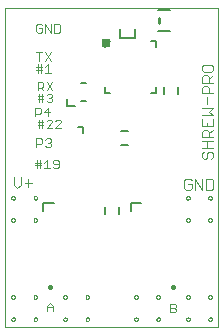
<source format=gto>
G75*
%MOIN*%
%OFA0B0*%
%FSLAX25Y25*%
%IPPOS*%
%LPD*%
%AMOC8*
5,1,8,0,0,1.08239X$1,22.5*
%
%ADD10C,0.00000*%
%ADD11C,0.00300*%
%ADD12C,0.00400*%
%ADD13C,0.00600*%
%ADD14R,0.02756X0.02756*%
%ADD15C,0.00500*%
%ADD16C,0.00787*%
%ADD17C,0.00800*%
%ADD18C,0.00984*%
%ADD19C,0.01600*%
D10*
X0029368Y0021236D02*
X0029368Y0127535D01*
X0100234Y0127535D01*
X0100234Y0021236D01*
X0029368Y0021236D01*
X0031375Y0023835D02*
X0031377Y0023883D01*
X0031383Y0023931D01*
X0031393Y0023978D01*
X0031406Y0024024D01*
X0031424Y0024069D01*
X0031444Y0024113D01*
X0031469Y0024155D01*
X0031497Y0024194D01*
X0031527Y0024231D01*
X0031561Y0024265D01*
X0031598Y0024297D01*
X0031636Y0024326D01*
X0031677Y0024351D01*
X0031720Y0024373D01*
X0031765Y0024391D01*
X0031811Y0024405D01*
X0031858Y0024416D01*
X0031906Y0024423D01*
X0031954Y0024426D01*
X0032002Y0024425D01*
X0032050Y0024420D01*
X0032098Y0024411D01*
X0032144Y0024399D01*
X0032189Y0024382D01*
X0032233Y0024362D01*
X0032275Y0024339D01*
X0032315Y0024312D01*
X0032353Y0024282D01*
X0032388Y0024249D01*
X0032420Y0024213D01*
X0032450Y0024175D01*
X0032476Y0024134D01*
X0032498Y0024091D01*
X0032518Y0024047D01*
X0032533Y0024002D01*
X0032545Y0023955D01*
X0032553Y0023907D01*
X0032557Y0023859D01*
X0032557Y0023811D01*
X0032553Y0023763D01*
X0032545Y0023715D01*
X0032533Y0023668D01*
X0032518Y0023623D01*
X0032498Y0023579D01*
X0032476Y0023536D01*
X0032450Y0023495D01*
X0032420Y0023457D01*
X0032388Y0023421D01*
X0032353Y0023388D01*
X0032315Y0023358D01*
X0032275Y0023331D01*
X0032233Y0023308D01*
X0032189Y0023288D01*
X0032144Y0023271D01*
X0032098Y0023259D01*
X0032050Y0023250D01*
X0032002Y0023245D01*
X0031954Y0023244D01*
X0031906Y0023247D01*
X0031858Y0023254D01*
X0031811Y0023265D01*
X0031765Y0023279D01*
X0031720Y0023297D01*
X0031677Y0023319D01*
X0031636Y0023344D01*
X0031598Y0023373D01*
X0031561Y0023405D01*
X0031527Y0023439D01*
X0031497Y0023476D01*
X0031469Y0023515D01*
X0031444Y0023557D01*
X0031424Y0023601D01*
X0031406Y0023646D01*
X0031393Y0023692D01*
X0031383Y0023739D01*
X0031377Y0023787D01*
X0031375Y0023835D01*
X0031375Y0031236D02*
X0031377Y0031284D01*
X0031383Y0031332D01*
X0031393Y0031379D01*
X0031406Y0031425D01*
X0031424Y0031470D01*
X0031444Y0031514D01*
X0031469Y0031556D01*
X0031497Y0031595D01*
X0031527Y0031632D01*
X0031561Y0031666D01*
X0031598Y0031698D01*
X0031636Y0031727D01*
X0031677Y0031752D01*
X0031720Y0031774D01*
X0031765Y0031792D01*
X0031811Y0031806D01*
X0031858Y0031817D01*
X0031906Y0031824D01*
X0031954Y0031827D01*
X0032002Y0031826D01*
X0032050Y0031821D01*
X0032098Y0031812D01*
X0032144Y0031800D01*
X0032189Y0031783D01*
X0032233Y0031763D01*
X0032275Y0031740D01*
X0032315Y0031713D01*
X0032353Y0031683D01*
X0032388Y0031650D01*
X0032420Y0031614D01*
X0032450Y0031576D01*
X0032476Y0031535D01*
X0032498Y0031492D01*
X0032518Y0031448D01*
X0032533Y0031403D01*
X0032545Y0031356D01*
X0032553Y0031308D01*
X0032557Y0031260D01*
X0032557Y0031212D01*
X0032553Y0031164D01*
X0032545Y0031116D01*
X0032533Y0031069D01*
X0032518Y0031024D01*
X0032498Y0030980D01*
X0032476Y0030937D01*
X0032450Y0030896D01*
X0032420Y0030858D01*
X0032388Y0030822D01*
X0032353Y0030789D01*
X0032315Y0030759D01*
X0032275Y0030732D01*
X0032233Y0030709D01*
X0032189Y0030689D01*
X0032144Y0030672D01*
X0032098Y0030660D01*
X0032050Y0030651D01*
X0032002Y0030646D01*
X0031954Y0030645D01*
X0031906Y0030648D01*
X0031858Y0030655D01*
X0031811Y0030666D01*
X0031765Y0030680D01*
X0031720Y0030698D01*
X0031677Y0030720D01*
X0031636Y0030745D01*
X0031598Y0030774D01*
X0031561Y0030806D01*
X0031527Y0030840D01*
X0031497Y0030877D01*
X0031469Y0030916D01*
X0031444Y0030958D01*
X0031424Y0031002D01*
X0031406Y0031047D01*
X0031393Y0031093D01*
X0031383Y0031140D01*
X0031377Y0031188D01*
X0031375Y0031236D01*
X0038777Y0031236D02*
X0038779Y0031284D01*
X0038785Y0031332D01*
X0038795Y0031379D01*
X0038808Y0031425D01*
X0038826Y0031470D01*
X0038846Y0031514D01*
X0038871Y0031556D01*
X0038899Y0031595D01*
X0038929Y0031632D01*
X0038963Y0031666D01*
X0039000Y0031698D01*
X0039038Y0031727D01*
X0039079Y0031752D01*
X0039122Y0031774D01*
X0039167Y0031792D01*
X0039213Y0031806D01*
X0039260Y0031817D01*
X0039308Y0031824D01*
X0039356Y0031827D01*
X0039404Y0031826D01*
X0039452Y0031821D01*
X0039500Y0031812D01*
X0039546Y0031800D01*
X0039591Y0031783D01*
X0039635Y0031763D01*
X0039677Y0031740D01*
X0039717Y0031713D01*
X0039755Y0031683D01*
X0039790Y0031650D01*
X0039822Y0031614D01*
X0039852Y0031576D01*
X0039878Y0031535D01*
X0039900Y0031492D01*
X0039920Y0031448D01*
X0039935Y0031403D01*
X0039947Y0031356D01*
X0039955Y0031308D01*
X0039959Y0031260D01*
X0039959Y0031212D01*
X0039955Y0031164D01*
X0039947Y0031116D01*
X0039935Y0031069D01*
X0039920Y0031024D01*
X0039900Y0030980D01*
X0039878Y0030937D01*
X0039852Y0030896D01*
X0039822Y0030858D01*
X0039790Y0030822D01*
X0039755Y0030789D01*
X0039717Y0030759D01*
X0039677Y0030732D01*
X0039635Y0030709D01*
X0039591Y0030689D01*
X0039546Y0030672D01*
X0039500Y0030660D01*
X0039452Y0030651D01*
X0039404Y0030646D01*
X0039356Y0030645D01*
X0039308Y0030648D01*
X0039260Y0030655D01*
X0039213Y0030666D01*
X0039167Y0030680D01*
X0039122Y0030698D01*
X0039079Y0030720D01*
X0039038Y0030745D01*
X0039000Y0030774D01*
X0038963Y0030806D01*
X0038929Y0030840D01*
X0038899Y0030877D01*
X0038871Y0030916D01*
X0038846Y0030958D01*
X0038826Y0031002D01*
X0038808Y0031047D01*
X0038795Y0031093D01*
X0038785Y0031140D01*
X0038779Y0031188D01*
X0038777Y0031236D01*
X0038777Y0023835D02*
X0038779Y0023883D01*
X0038785Y0023931D01*
X0038795Y0023978D01*
X0038808Y0024024D01*
X0038826Y0024069D01*
X0038846Y0024113D01*
X0038871Y0024155D01*
X0038899Y0024194D01*
X0038929Y0024231D01*
X0038963Y0024265D01*
X0039000Y0024297D01*
X0039038Y0024326D01*
X0039079Y0024351D01*
X0039122Y0024373D01*
X0039167Y0024391D01*
X0039213Y0024405D01*
X0039260Y0024416D01*
X0039308Y0024423D01*
X0039356Y0024426D01*
X0039404Y0024425D01*
X0039452Y0024420D01*
X0039500Y0024411D01*
X0039546Y0024399D01*
X0039591Y0024382D01*
X0039635Y0024362D01*
X0039677Y0024339D01*
X0039717Y0024312D01*
X0039755Y0024282D01*
X0039790Y0024249D01*
X0039822Y0024213D01*
X0039852Y0024175D01*
X0039878Y0024134D01*
X0039900Y0024091D01*
X0039920Y0024047D01*
X0039935Y0024002D01*
X0039947Y0023955D01*
X0039955Y0023907D01*
X0039959Y0023859D01*
X0039959Y0023811D01*
X0039955Y0023763D01*
X0039947Y0023715D01*
X0039935Y0023668D01*
X0039920Y0023623D01*
X0039900Y0023579D01*
X0039878Y0023536D01*
X0039852Y0023495D01*
X0039822Y0023457D01*
X0039790Y0023421D01*
X0039755Y0023388D01*
X0039717Y0023358D01*
X0039677Y0023331D01*
X0039635Y0023308D01*
X0039591Y0023288D01*
X0039546Y0023271D01*
X0039500Y0023259D01*
X0039452Y0023250D01*
X0039404Y0023245D01*
X0039356Y0023244D01*
X0039308Y0023247D01*
X0039260Y0023254D01*
X0039213Y0023265D01*
X0039167Y0023279D01*
X0039122Y0023297D01*
X0039079Y0023319D01*
X0039038Y0023344D01*
X0039000Y0023373D01*
X0038963Y0023405D01*
X0038929Y0023439D01*
X0038899Y0023476D01*
X0038871Y0023515D01*
X0038846Y0023557D01*
X0038826Y0023601D01*
X0038808Y0023646D01*
X0038795Y0023692D01*
X0038785Y0023739D01*
X0038779Y0023787D01*
X0038777Y0023835D01*
X0048698Y0023835D02*
X0048700Y0023883D01*
X0048706Y0023931D01*
X0048716Y0023978D01*
X0048729Y0024024D01*
X0048747Y0024069D01*
X0048767Y0024113D01*
X0048792Y0024155D01*
X0048820Y0024194D01*
X0048850Y0024231D01*
X0048884Y0024265D01*
X0048921Y0024297D01*
X0048959Y0024326D01*
X0049000Y0024351D01*
X0049043Y0024373D01*
X0049088Y0024391D01*
X0049134Y0024405D01*
X0049181Y0024416D01*
X0049229Y0024423D01*
X0049277Y0024426D01*
X0049325Y0024425D01*
X0049373Y0024420D01*
X0049421Y0024411D01*
X0049467Y0024399D01*
X0049512Y0024382D01*
X0049556Y0024362D01*
X0049598Y0024339D01*
X0049638Y0024312D01*
X0049676Y0024282D01*
X0049711Y0024249D01*
X0049743Y0024213D01*
X0049773Y0024175D01*
X0049799Y0024134D01*
X0049821Y0024091D01*
X0049841Y0024047D01*
X0049856Y0024002D01*
X0049868Y0023955D01*
X0049876Y0023907D01*
X0049880Y0023859D01*
X0049880Y0023811D01*
X0049876Y0023763D01*
X0049868Y0023715D01*
X0049856Y0023668D01*
X0049841Y0023623D01*
X0049821Y0023579D01*
X0049799Y0023536D01*
X0049773Y0023495D01*
X0049743Y0023457D01*
X0049711Y0023421D01*
X0049676Y0023388D01*
X0049638Y0023358D01*
X0049598Y0023331D01*
X0049556Y0023308D01*
X0049512Y0023288D01*
X0049467Y0023271D01*
X0049421Y0023259D01*
X0049373Y0023250D01*
X0049325Y0023245D01*
X0049277Y0023244D01*
X0049229Y0023247D01*
X0049181Y0023254D01*
X0049134Y0023265D01*
X0049088Y0023279D01*
X0049043Y0023297D01*
X0049000Y0023319D01*
X0048959Y0023344D01*
X0048921Y0023373D01*
X0048884Y0023405D01*
X0048850Y0023439D01*
X0048820Y0023476D01*
X0048792Y0023515D01*
X0048767Y0023557D01*
X0048747Y0023601D01*
X0048729Y0023646D01*
X0048716Y0023692D01*
X0048706Y0023739D01*
X0048700Y0023787D01*
X0048698Y0023835D01*
X0048698Y0031236D02*
X0048700Y0031284D01*
X0048706Y0031332D01*
X0048716Y0031379D01*
X0048729Y0031425D01*
X0048747Y0031470D01*
X0048767Y0031514D01*
X0048792Y0031556D01*
X0048820Y0031595D01*
X0048850Y0031632D01*
X0048884Y0031666D01*
X0048921Y0031698D01*
X0048959Y0031727D01*
X0049000Y0031752D01*
X0049043Y0031774D01*
X0049088Y0031792D01*
X0049134Y0031806D01*
X0049181Y0031817D01*
X0049229Y0031824D01*
X0049277Y0031827D01*
X0049325Y0031826D01*
X0049373Y0031821D01*
X0049421Y0031812D01*
X0049467Y0031800D01*
X0049512Y0031783D01*
X0049556Y0031763D01*
X0049598Y0031740D01*
X0049638Y0031713D01*
X0049676Y0031683D01*
X0049711Y0031650D01*
X0049743Y0031614D01*
X0049773Y0031576D01*
X0049799Y0031535D01*
X0049821Y0031492D01*
X0049841Y0031448D01*
X0049856Y0031403D01*
X0049868Y0031356D01*
X0049876Y0031308D01*
X0049880Y0031260D01*
X0049880Y0031212D01*
X0049876Y0031164D01*
X0049868Y0031116D01*
X0049856Y0031069D01*
X0049841Y0031024D01*
X0049821Y0030980D01*
X0049799Y0030937D01*
X0049773Y0030896D01*
X0049743Y0030858D01*
X0049711Y0030822D01*
X0049676Y0030789D01*
X0049638Y0030759D01*
X0049598Y0030732D01*
X0049556Y0030709D01*
X0049512Y0030689D01*
X0049467Y0030672D01*
X0049421Y0030660D01*
X0049373Y0030651D01*
X0049325Y0030646D01*
X0049277Y0030645D01*
X0049229Y0030648D01*
X0049181Y0030655D01*
X0049134Y0030666D01*
X0049088Y0030680D01*
X0049043Y0030698D01*
X0049000Y0030720D01*
X0048959Y0030745D01*
X0048921Y0030774D01*
X0048884Y0030806D01*
X0048850Y0030840D01*
X0048820Y0030877D01*
X0048792Y0030916D01*
X0048767Y0030958D01*
X0048747Y0031002D01*
X0048729Y0031047D01*
X0048716Y0031093D01*
X0048706Y0031140D01*
X0048700Y0031188D01*
X0048698Y0031236D01*
X0056100Y0031236D02*
X0056102Y0031284D01*
X0056108Y0031332D01*
X0056118Y0031379D01*
X0056131Y0031425D01*
X0056149Y0031470D01*
X0056169Y0031514D01*
X0056194Y0031556D01*
X0056222Y0031595D01*
X0056252Y0031632D01*
X0056286Y0031666D01*
X0056323Y0031698D01*
X0056361Y0031727D01*
X0056402Y0031752D01*
X0056445Y0031774D01*
X0056490Y0031792D01*
X0056536Y0031806D01*
X0056583Y0031817D01*
X0056631Y0031824D01*
X0056679Y0031827D01*
X0056727Y0031826D01*
X0056775Y0031821D01*
X0056823Y0031812D01*
X0056869Y0031800D01*
X0056914Y0031783D01*
X0056958Y0031763D01*
X0057000Y0031740D01*
X0057040Y0031713D01*
X0057078Y0031683D01*
X0057113Y0031650D01*
X0057145Y0031614D01*
X0057175Y0031576D01*
X0057201Y0031535D01*
X0057223Y0031492D01*
X0057243Y0031448D01*
X0057258Y0031403D01*
X0057270Y0031356D01*
X0057278Y0031308D01*
X0057282Y0031260D01*
X0057282Y0031212D01*
X0057278Y0031164D01*
X0057270Y0031116D01*
X0057258Y0031069D01*
X0057243Y0031024D01*
X0057223Y0030980D01*
X0057201Y0030937D01*
X0057175Y0030896D01*
X0057145Y0030858D01*
X0057113Y0030822D01*
X0057078Y0030789D01*
X0057040Y0030759D01*
X0057000Y0030732D01*
X0056958Y0030709D01*
X0056914Y0030689D01*
X0056869Y0030672D01*
X0056823Y0030660D01*
X0056775Y0030651D01*
X0056727Y0030646D01*
X0056679Y0030645D01*
X0056631Y0030648D01*
X0056583Y0030655D01*
X0056536Y0030666D01*
X0056490Y0030680D01*
X0056445Y0030698D01*
X0056402Y0030720D01*
X0056361Y0030745D01*
X0056323Y0030774D01*
X0056286Y0030806D01*
X0056252Y0030840D01*
X0056222Y0030877D01*
X0056194Y0030916D01*
X0056169Y0030958D01*
X0056149Y0031002D01*
X0056131Y0031047D01*
X0056118Y0031093D01*
X0056108Y0031140D01*
X0056102Y0031188D01*
X0056100Y0031236D01*
X0056100Y0023835D02*
X0056102Y0023883D01*
X0056108Y0023931D01*
X0056118Y0023978D01*
X0056131Y0024024D01*
X0056149Y0024069D01*
X0056169Y0024113D01*
X0056194Y0024155D01*
X0056222Y0024194D01*
X0056252Y0024231D01*
X0056286Y0024265D01*
X0056323Y0024297D01*
X0056361Y0024326D01*
X0056402Y0024351D01*
X0056445Y0024373D01*
X0056490Y0024391D01*
X0056536Y0024405D01*
X0056583Y0024416D01*
X0056631Y0024423D01*
X0056679Y0024426D01*
X0056727Y0024425D01*
X0056775Y0024420D01*
X0056823Y0024411D01*
X0056869Y0024399D01*
X0056914Y0024382D01*
X0056958Y0024362D01*
X0057000Y0024339D01*
X0057040Y0024312D01*
X0057078Y0024282D01*
X0057113Y0024249D01*
X0057145Y0024213D01*
X0057175Y0024175D01*
X0057201Y0024134D01*
X0057223Y0024091D01*
X0057243Y0024047D01*
X0057258Y0024002D01*
X0057270Y0023955D01*
X0057278Y0023907D01*
X0057282Y0023859D01*
X0057282Y0023811D01*
X0057278Y0023763D01*
X0057270Y0023715D01*
X0057258Y0023668D01*
X0057243Y0023623D01*
X0057223Y0023579D01*
X0057201Y0023536D01*
X0057175Y0023495D01*
X0057145Y0023457D01*
X0057113Y0023421D01*
X0057078Y0023388D01*
X0057040Y0023358D01*
X0057000Y0023331D01*
X0056958Y0023308D01*
X0056914Y0023288D01*
X0056869Y0023271D01*
X0056823Y0023259D01*
X0056775Y0023250D01*
X0056727Y0023245D01*
X0056679Y0023244D01*
X0056631Y0023247D01*
X0056583Y0023254D01*
X0056536Y0023265D01*
X0056490Y0023279D01*
X0056445Y0023297D01*
X0056402Y0023319D01*
X0056361Y0023344D01*
X0056323Y0023373D01*
X0056286Y0023405D01*
X0056252Y0023439D01*
X0056222Y0023476D01*
X0056194Y0023515D01*
X0056169Y0023557D01*
X0056149Y0023601D01*
X0056131Y0023646D01*
X0056118Y0023692D01*
X0056108Y0023739D01*
X0056102Y0023787D01*
X0056100Y0023835D01*
X0072320Y0023835D02*
X0072322Y0023883D01*
X0072328Y0023931D01*
X0072338Y0023978D01*
X0072351Y0024024D01*
X0072369Y0024069D01*
X0072389Y0024113D01*
X0072414Y0024155D01*
X0072442Y0024194D01*
X0072472Y0024231D01*
X0072506Y0024265D01*
X0072543Y0024297D01*
X0072581Y0024326D01*
X0072622Y0024351D01*
X0072665Y0024373D01*
X0072710Y0024391D01*
X0072756Y0024405D01*
X0072803Y0024416D01*
X0072851Y0024423D01*
X0072899Y0024426D01*
X0072947Y0024425D01*
X0072995Y0024420D01*
X0073043Y0024411D01*
X0073089Y0024399D01*
X0073134Y0024382D01*
X0073178Y0024362D01*
X0073220Y0024339D01*
X0073260Y0024312D01*
X0073298Y0024282D01*
X0073333Y0024249D01*
X0073365Y0024213D01*
X0073395Y0024175D01*
X0073421Y0024134D01*
X0073443Y0024091D01*
X0073463Y0024047D01*
X0073478Y0024002D01*
X0073490Y0023955D01*
X0073498Y0023907D01*
X0073502Y0023859D01*
X0073502Y0023811D01*
X0073498Y0023763D01*
X0073490Y0023715D01*
X0073478Y0023668D01*
X0073463Y0023623D01*
X0073443Y0023579D01*
X0073421Y0023536D01*
X0073395Y0023495D01*
X0073365Y0023457D01*
X0073333Y0023421D01*
X0073298Y0023388D01*
X0073260Y0023358D01*
X0073220Y0023331D01*
X0073178Y0023308D01*
X0073134Y0023288D01*
X0073089Y0023271D01*
X0073043Y0023259D01*
X0072995Y0023250D01*
X0072947Y0023245D01*
X0072899Y0023244D01*
X0072851Y0023247D01*
X0072803Y0023254D01*
X0072756Y0023265D01*
X0072710Y0023279D01*
X0072665Y0023297D01*
X0072622Y0023319D01*
X0072581Y0023344D01*
X0072543Y0023373D01*
X0072506Y0023405D01*
X0072472Y0023439D01*
X0072442Y0023476D01*
X0072414Y0023515D01*
X0072389Y0023557D01*
X0072369Y0023601D01*
X0072351Y0023646D01*
X0072338Y0023692D01*
X0072328Y0023739D01*
X0072322Y0023787D01*
X0072320Y0023835D01*
X0072320Y0031236D02*
X0072322Y0031284D01*
X0072328Y0031332D01*
X0072338Y0031379D01*
X0072351Y0031425D01*
X0072369Y0031470D01*
X0072389Y0031514D01*
X0072414Y0031556D01*
X0072442Y0031595D01*
X0072472Y0031632D01*
X0072506Y0031666D01*
X0072543Y0031698D01*
X0072581Y0031727D01*
X0072622Y0031752D01*
X0072665Y0031774D01*
X0072710Y0031792D01*
X0072756Y0031806D01*
X0072803Y0031817D01*
X0072851Y0031824D01*
X0072899Y0031827D01*
X0072947Y0031826D01*
X0072995Y0031821D01*
X0073043Y0031812D01*
X0073089Y0031800D01*
X0073134Y0031783D01*
X0073178Y0031763D01*
X0073220Y0031740D01*
X0073260Y0031713D01*
X0073298Y0031683D01*
X0073333Y0031650D01*
X0073365Y0031614D01*
X0073395Y0031576D01*
X0073421Y0031535D01*
X0073443Y0031492D01*
X0073463Y0031448D01*
X0073478Y0031403D01*
X0073490Y0031356D01*
X0073498Y0031308D01*
X0073502Y0031260D01*
X0073502Y0031212D01*
X0073498Y0031164D01*
X0073490Y0031116D01*
X0073478Y0031069D01*
X0073463Y0031024D01*
X0073443Y0030980D01*
X0073421Y0030937D01*
X0073395Y0030896D01*
X0073365Y0030858D01*
X0073333Y0030822D01*
X0073298Y0030789D01*
X0073260Y0030759D01*
X0073220Y0030732D01*
X0073178Y0030709D01*
X0073134Y0030689D01*
X0073089Y0030672D01*
X0073043Y0030660D01*
X0072995Y0030651D01*
X0072947Y0030646D01*
X0072899Y0030645D01*
X0072851Y0030648D01*
X0072803Y0030655D01*
X0072756Y0030666D01*
X0072710Y0030680D01*
X0072665Y0030698D01*
X0072622Y0030720D01*
X0072581Y0030745D01*
X0072543Y0030774D01*
X0072506Y0030806D01*
X0072472Y0030840D01*
X0072442Y0030877D01*
X0072414Y0030916D01*
X0072389Y0030958D01*
X0072369Y0031002D01*
X0072351Y0031047D01*
X0072338Y0031093D01*
X0072328Y0031140D01*
X0072322Y0031188D01*
X0072320Y0031236D01*
X0079722Y0031236D02*
X0079724Y0031284D01*
X0079730Y0031332D01*
X0079740Y0031379D01*
X0079753Y0031425D01*
X0079771Y0031470D01*
X0079791Y0031514D01*
X0079816Y0031556D01*
X0079844Y0031595D01*
X0079874Y0031632D01*
X0079908Y0031666D01*
X0079945Y0031698D01*
X0079983Y0031727D01*
X0080024Y0031752D01*
X0080067Y0031774D01*
X0080112Y0031792D01*
X0080158Y0031806D01*
X0080205Y0031817D01*
X0080253Y0031824D01*
X0080301Y0031827D01*
X0080349Y0031826D01*
X0080397Y0031821D01*
X0080445Y0031812D01*
X0080491Y0031800D01*
X0080536Y0031783D01*
X0080580Y0031763D01*
X0080622Y0031740D01*
X0080662Y0031713D01*
X0080700Y0031683D01*
X0080735Y0031650D01*
X0080767Y0031614D01*
X0080797Y0031576D01*
X0080823Y0031535D01*
X0080845Y0031492D01*
X0080865Y0031448D01*
X0080880Y0031403D01*
X0080892Y0031356D01*
X0080900Y0031308D01*
X0080904Y0031260D01*
X0080904Y0031212D01*
X0080900Y0031164D01*
X0080892Y0031116D01*
X0080880Y0031069D01*
X0080865Y0031024D01*
X0080845Y0030980D01*
X0080823Y0030937D01*
X0080797Y0030896D01*
X0080767Y0030858D01*
X0080735Y0030822D01*
X0080700Y0030789D01*
X0080662Y0030759D01*
X0080622Y0030732D01*
X0080580Y0030709D01*
X0080536Y0030689D01*
X0080491Y0030672D01*
X0080445Y0030660D01*
X0080397Y0030651D01*
X0080349Y0030646D01*
X0080301Y0030645D01*
X0080253Y0030648D01*
X0080205Y0030655D01*
X0080158Y0030666D01*
X0080112Y0030680D01*
X0080067Y0030698D01*
X0080024Y0030720D01*
X0079983Y0030745D01*
X0079945Y0030774D01*
X0079908Y0030806D01*
X0079874Y0030840D01*
X0079844Y0030877D01*
X0079816Y0030916D01*
X0079791Y0030958D01*
X0079771Y0031002D01*
X0079753Y0031047D01*
X0079740Y0031093D01*
X0079730Y0031140D01*
X0079724Y0031188D01*
X0079722Y0031236D01*
X0079722Y0023835D02*
X0079724Y0023883D01*
X0079730Y0023931D01*
X0079740Y0023978D01*
X0079753Y0024024D01*
X0079771Y0024069D01*
X0079791Y0024113D01*
X0079816Y0024155D01*
X0079844Y0024194D01*
X0079874Y0024231D01*
X0079908Y0024265D01*
X0079945Y0024297D01*
X0079983Y0024326D01*
X0080024Y0024351D01*
X0080067Y0024373D01*
X0080112Y0024391D01*
X0080158Y0024405D01*
X0080205Y0024416D01*
X0080253Y0024423D01*
X0080301Y0024426D01*
X0080349Y0024425D01*
X0080397Y0024420D01*
X0080445Y0024411D01*
X0080491Y0024399D01*
X0080536Y0024382D01*
X0080580Y0024362D01*
X0080622Y0024339D01*
X0080662Y0024312D01*
X0080700Y0024282D01*
X0080735Y0024249D01*
X0080767Y0024213D01*
X0080797Y0024175D01*
X0080823Y0024134D01*
X0080845Y0024091D01*
X0080865Y0024047D01*
X0080880Y0024002D01*
X0080892Y0023955D01*
X0080900Y0023907D01*
X0080904Y0023859D01*
X0080904Y0023811D01*
X0080900Y0023763D01*
X0080892Y0023715D01*
X0080880Y0023668D01*
X0080865Y0023623D01*
X0080845Y0023579D01*
X0080823Y0023536D01*
X0080797Y0023495D01*
X0080767Y0023457D01*
X0080735Y0023421D01*
X0080700Y0023388D01*
X0080662Y0023358D01*
X0080622Y0023331D01*
X0080580Y0023308D01*
X0080536Y0023288D01*
X0080491Y0023271D01*
X0080445Y0023259D01*
X0080397Y0023250D01*
X0080349Y0023245D01*
X0080301Y0023244D01*
X0080253Y0023247D01*
X0080205Y0023254D01*
X0080158Y0023265D01*
X0080112Y0023279D01*
X0080067Y0023297D01*
X0080024Y0023319D01*
X0079983Y0023344D01*
X0079945Y0023373D01*
X0079908Y0023405D01*
X0079874Y0023439D01*
X0079844Y0023476D01*
X0079816Y0023515D01*
X0079791Y0023557D01*
X0079771Y0023601D01*
X0079753Y0023646D01*
X0079740Y0023692D01*
X0079730Y0023739D01*
X0079724Y0023787D01*
X0079722Y0023835D01*
X0089643Y0023835D02*
X0089645Y0023883D01*
X0089651Y0023931D01*
X0089661Y0023978D01*
X0089674Y0024024D01*
X0089692Y0024069D01*
X0089712Y0024113D01*
X0089737Y0024155D01*
X0089765Y0024194D01*
X0089795Y0024231D01*
X0089829Y0024265D01*
X0089866Y0024297D01*
X0089904Y0024326D01*
X0089945Y0024351D01*
X0089988Y0024373D01*
X0090033Y0024391D01*
X0090079Y0024405D01*
X0090126Y0024416D01*
X0090174Y0024423D01*
X0090222Y0024426D01*
X0090270Y0024425D01*
X0090318Y0024420D01*
X0090366Y0024411D01*
X0090412Y0024399D01*
X0090457Y0024382D01*
X0090501Y0024362D01*
X0090543Y0024339D01*
X0090583Y0024312D01*
X0090621Y0024282D01*
X0090656Y0024249D01*
X0090688Y0024213D01*
X0090718Y0024175D01*
X0090744Y0024134D01*
X0090766Y0024091D01*
X0090786Y0024047D01*
X0090801Y0024002D01*
X0090813Y0023955D01*
X0090821Y0023907D01*
X0090825Y0023859D01*
X0090825Y0023811D01*
X0090821Y0023763D01*
X0090813Y0023715D01*
X0090801Y0023668D01*
X0090786Y0023623D01*
X0090766Y0023579D01*
X0090744Y0023536D01*
X0090718Y0023495D01*
X0090688Y0023457D01*
X0090656Y0023421D01*
X0090621Y0023388D01*
X0090583Y0023358D01*
X0090543Y0023331D01*
X0090501Y0023308D01*
X0090457Y0023288D01*
X0090412Y0023271D01*
X0090366Y0023259D01*
X0090318Y0023250D01*
X0090270Y0023245D01*
X0090222Y0023244D01*
X0090174Y0023247D01*
X0090126Y0023254D01*
X0090079Y0023265D01*
X0090033Y0023279D01*
X0089988Y0023297D01*
X0089945Y0023319D01*
X0089904Y0023344D01*
X0089866Y0023373D01*
X0089829Y0023405D01*
X0089795Y0023439D01*
X0089765Y0023476D01*
X0089737Y0023515D01*
X0089712Y0023557D01*
X0089692Y0023601D01*
X0089674Y0023646D01*
X0089661Y0023692D01*
X0089651Y0023739D01*
X0089645Y0023787D01*
X0089643Y0023835D01*
X0089643Y0031236D02*
X0089645Y0031284D01*
X0089651Y0031332D01*
X0089661Y0031379D01*
X0089674Y0031425D01*
X0089692Y0031470D01*
X0089712Y0031514D01*
X0089737Y0031556D01*
X0089765Y0031595D01*
X0089795Y0031632D01*
X0089829Y0031666D01*
X0089866Y0031698D01*
X0089904Y0031727D01*
X0089945Y0031752D01*
X0089988Y0031774D01*
X0090033Y0031792D01*
X0090079Y0031806D01*
X0090126Y0031817D01*
X0090174Y0031824D01*
X0090222Y0031827D01*
X0090270Y0031826D01*
X0090318Y0031821D01*
X0090366Y0031812D01*
X0090412Y0031800D01*
X0090457Y0031783D01*
X0090501Y0031763D01*
X0090543Y0031740D01*
X0090583Y0031713D01*
X0090621Y0031683D01*
X0090656Y0031650D01*
X0090688Y0031614D01*
X0090718Y0031576D01*
X0090744Y0031535D01*
X0090766Y0031492D01*
X0090786Y0031448D01*
X0090801Y0031403D01*
X0090813Y0031356D01*
X0090821Y0031308D01*
X0090825Y0031260D01*
X0090825Y0031212D01*
X0090821Y0031164D01*
X0090813Y0031116D01*
X0090801Y0031069D01*
X0090786Y0031024D01*
X0090766Y0030980D01*
X0090744Y0030937D01*
X0090718Y0030896D01*
X0090688Y0030858D01*
X0090656Y0030822D01*
X0090621Y0030789D01*
X0090583Y0030759D01*
X0090543Y0030732D01*
X0090501Y0030709D01*
X0090457Y0030689D01*
X0090412Y0030672D01*
X0090366Y0030660D01*
X0090318Y0030651D01*
X0090270Y0030646D01*
X0090222Y0030645D01*
X0090174Y0030648D01*
X0090126Y0030655D01*
X0090079Y0030666D01*
X0090033Y0030680D01*
X0089988Y0030698D01*
X0089945Y0030720D01*
X0089904Y0030745D01*
X0089866Y0030774D01*
X0089829Y0030806D01*
X0089795Y0030840D01*
X0089765Y0030877D01*
X0089737Y0030916D01*
X0089712Y0030958D01*
X0089692Y0031002D01*
X0089674Y0031047D01*
X0089661Y0031093D01*
X0089651Y0031140D01*
X0089645Y0031188D01*
X0089643Y0031236D01*
X0097044Y0031236D02*
X0097046Y0031284D01*
X0097052Y0031332D01*
X0097062Y0031379D01*
X0097075Y0031425D01*
X0097093Y0031470D01*
X0097113Y0031514D01*
X0097138Y0031556D01*
X0097166Y0031595D01*
X0097196Y0031632D01*
X0097230Y0031666D01*
X0097267Y0031698D01*
X0097305Y0031727D01*
X0097346Y0031752D01*
X0097389Y0031774D01*
X0097434Y0031792D01*
X0097480Y0031806D01*
X0097527Y0031817D01*
X0097575Y0031824D01*
X0097623Y0031827D01*
X0097671Y0031826D01*
X0097719Y0031821D01*
X0097767Y0031812D01*
X0097813Y0031800D01*
X0097858Y0031783D01*
X0097902Y0031763D01*
X0097944Y0031740D01*
X0097984Y0031713D01*
X0098022Y0031683D01*
X0098057Y0031650D01*
X0098089Y0031614D01*
X0098119Y0031576D01*
X0098145Y0031535D01*
X0098167Y0031492D01*
X0098187Y0031448D01*
X0098202Y0031403D01*
X0098214Y0031356D01*
X0098222Y0031308D01*
X0098226Y0031260D01*
X0098226Y0031212D01*
X0098222Y0031164D01*
X0098214Y0031116D01*
X0098202Y0031069D01*
X0098187Y0031024D01*
X0098167Y0030980D01*
X0098145Y0030937D01*
X0098119Y0030896D01*
X0098089Y0030858D01*
X0098057Y0030822D01*
X0098022Y0030789D01*
X0097984Y0030759D01*
X0097944Y0030732D01*
X0097902Y0030709D01*
X0097858Y0030689D01*
X0097813Y0030672D01*
X0097767Y0030660D01*
X0097719Y0030651D01*
X0097671Y0030646D01*
X0097623Y0030645D01*
X0097575Y0030648D01*
X0097527Y0030655D01*
X0097480Y0030666D01*
X0097434Y0030680D01*
X0097389Y0030698D01*
X0097346Y0030720D01*
X0097305Y0030745D01*
X0097267Y0030774D01*
X0097230Y0030806D01*
X0097196Y0030840D01*
X0097166Y0030877D01*
X0097138Y0030916D01*
X0097113Y0030958D01*
X0097093Y0031002D01*
X0097075Y0031047D01*
X0097062Y0031093D01*
X0097052Y0031140D01*
X0097046Y0031188D01*
X0097044Y0031236D01*
X0097044Y0023835D02*
X0097046Y0023883D01*
X0097052Y0023931D01*
X0097062Y0023978D01*
X0097075Y0024024D01*
X0097093Y0024069D01*
X0097113Y0024113D01*
X0097138Y0024155D01*
X0097166Y0024194D01*
X0097196Y0024231D01*
X0097230Y0024265D01*
X0097267Y0024297D01*
X0097305Y0024326D01*
X0097346Y0024351D01*
X0097389Y0024373D01*
X0097434Y0024391D01*
X0097480Y0024405D01*
X0097527Y0024416D01*
X0097575Y0024423D01*
X0097623Y0024426D01*
X0097671Y0024425D01*
X0097719Y0024420D01*
X0097767Y0024411D01*
X0097813Y0024399D01*
X0097858Y0024382D01*
X0097902Y0024362D01*
X0097944Y0024339D01*
X0097984Y0024312D01*
X0098022Y0024282D01*
X0098057Y0024249D01*
X0098089Y0024213D01*
X0098119Y0024175D01*
X0098145Y0024134D01*
X0098167Y0024091D01*
X0098187Y0024047D01*
X0098202Y0024002D01*
X0098214Y0023955D01*
X0098222Y0023907D01*
X0098226Y0023859D01*
X0098226Y0023811D01*
X0098222Y0023763D01*
X0098214Y0023715D01*
X0098202Y0023668D01*
X0098187Y0023623D01*
X0098167Y0023579D01*
X0098145Y0023536D01*
X0098119Y0023495D01*
X0098089Y0023457D01*
X0098057Y0023421D01*
X0098022Y0023388D01*
X0097984Y0023358D01*
X0097944Y0023331D01*
X0097902Y0023308D01*
X0097858Y0023288D01*
X0097813Y0023271D01*
X0097767Y0023259D01*
X0097719Y0023250D01*
X0097671Y0023245D01*
X0097623Y0023244D01*
X0097575Y0023247D01*
X0097527Y0023254D01*
X0097480Y0023265D01*
X0097434Y0023279D01*
X0097389Y0023297D01*
X0097346Y0023319D01*
X0097305Y0023344D01*
X0097267Y0023373D01*
X0097230Y0023405D01*
X0097196Y0023439D01*
X0097166Y0023476D01*
X0097138Y0023515D01*
X0097113Y0023557D01*
X0097093Y0023601D01*
X0097075Y0023646D01*
X0097062Y0023692D01*
X0097052Y0023739D01*
X0097046Y0023787D01*
X0097044Y0023835D01*
X0097044Y0056906D02*
X0097046Y0056954D01*
X0097052Y0057002D01*
X0097062Y0057049D01*
X0097075Y0057095D01*
X0097093Y0057140D01*
X0097113Y0057184D01*
X0097138Y0057226D01*
X0097166Y0057265D01*
X0097196Y0057302D01*
X0097230Y0057336D01*
X0097267Y0057368D01*
X0097305Y0057397D01*
X0097346Y0057422D01*
X0097389Y0057444D01*
X0097434Y0057462D01*
X0097480Y0057476D01*
X0097527Y0057487D01*
X0097575Y0057494D01*
X0097623Y0057497D01*
X0097671Y0057496D01*
X0097719Y0057491D01*
X0097767Y0057482D01*
X0097813Y0057470D01*
X0097858Y0057453D01*
X0097902Y0057433D01*
X0097944Y0057410D01*
X0097984Y0057383D01*
X0098022Y0057353D01*
X0098057Y0057320D01*
X0098089Y0057284D01*
X0098119Y0057246D01*
X0098145Y0057205D01*
X0098167Y0057162D01*
X0098187Y0057118D01*
X0098202Y0057073D01*
X0098214Y0057026D01*
X0098222Y0056978D01*
X0098226Y0056930D01*
X0098226Y0056882D01*
X0098222Y0056834D01*
X0098214Y0056786D01*
X0098202Y0056739D01*
X0098187Y0056694D01*
X0098167Y0056650D01*
X0098145Y0056607D01*
X0098119Y0056566D01*
X0098089Y0056528D01*
X0098057Y0056492D01*
X0098022Y0056459D01*
X0097984Y0056429D01*
X0097944Y0056402D01*
X0097902Y0056379D01*
X0097858Y0056359D01*
X0097813Y0056342D01*
X0097767Y0056330D01*
X0097719Y0056321D01*
X0097671Y0056316D01*
X0097623Y0056315D01*
X0097575Y0056318D01*
X0097527Y0056325D01*
X0097480Y0056336D01*
X0097434Y0056350D01*
X0097389Y0056368D01*
X0097346Y0056390D01*
X0097305Y0056415D01*
X0097267Y0056444D01*
X0097230Y0056476D01*
X0097196Y0056510D01*
X0097166Y0056547D01*
X0097138Y0056586D01*
X0097113Y0056628D01*
X0097093Y0056672D01*
X0097075Y0056717D01*
X0097062Y0056763D01*
X0097052Y0056810D01*
X0097046Y0056858D01*
X0097044Y0056906D01*
X0097044Y0064307D02*
X0097046Y0064355D01*
X0097052Y0064403D01*
X0097062Y0064450D01*
X0097075Y0064496D01*
X0097093Y0064541D01*
X0097113Y0064585D01*
X0097138Y0064627D01*
X0097166Y0064666D01*
X0097196Y0064703D01*
X0097230Y0064737D01*
X0097267Y0064769D01*
X0097305Y0064798D01*
X0097346Y0064823D01*
X0097389Y0064845D01*
X0097434Y0064863D01*
X0097480Y0064877D01*
X0097527Y0064888D01*
X0097575Y0064895D01*
X0097623Y0064898D01*
X0097671Y0064897D01*
X0097719Y0064892D01*
X0097767Y0064883D01*
X0097813Y0064871D01*
X0097858Y0064854D01*
X0097902Y0064834D01*
X0097944Y0064811D01*
X0097984Y0064784D01*
X0098022Y0064754D01*
X0098057Y0064721D01*
X0098089Y0064685D01*
X0098119Y0064647D01*
X0098145Y0064606D01*
X0098167Y0064563D01*
X0098187Y0064519D01*
X0098202Y0064474D01*
X0098214Y0064427D01*
X0098222Y0064379D01*
X0098226Y0064331D01*
X0098226Y0064283D01*
X0098222Y0064235D01*
X0098214Y0064187D01*
X0098202Y0064140D01*
X0098187Y0064095D01*
X0098167Y0064051D01*
X0098145Y0064008D01*
X0098119Y0063967D01*
X0098089Y0063929D01*
X0098057Y0063893D01*
X0098022Y0063860D01*
X0097984Y0063830D01*
X0097944Y0063803D01*
X0097902Y0063780D01*
X0097858Y0063760D01*
X0097813Y0063743D01*
X0097767Y0063731D01*
X0097719Y0063722D01*
X0097671Y0063717D01*
X0097623Y0063716D01*
X0097575Y0063719D01*
X0097527Y0063726D01*
X0097480Y0063737D01*
X0097434Y0063751D01*
X0097389Y0063769D01*
X0097346Y0063791D01*
X0097305Y0063816D01*
X0097267Y0063845D01*
X0097230Y0063877D01*
X0097196Y0063911D01*
X0097166Y0063948D01*
X0097138Y0063987D01*
X0097113Y0064029D01*
X0097093Y0064073D01*
X0097075Y0064118D01*
X0097062Y0064164D01*
X0097052Y0064211D01*
X0097046Y0064259D01*
X0097044Y0064307D01*
X0089643Y0064307D02*
X0089645Y0064355D01*
X0089651Y0064403D01*
X0089661Y0064450D01*
X0089674Y0064496D01*
X0089692Y0064541D01*
X0089712Y0064585D01*
X0089737Y0064627D01*
X0089765Y0064666D01*
X0089795Y0064703D01*
X0089829Y0064737D01*
X0089866Y0064769D01*
X0089904Y0064798D01*
X0089945Y0064823D01*
X0089988Y0064845D01*
X0090033Y0064863D01*
X0090079Y0064877D01*
X0090126Y0064888D01*
X0090174Y0064895D01*
X0090222Y0064898D01*
X0090270Y0064897D01*
X0090318Y0064892D01*
X0090366Y0064883D01*
X0090412Y0064871D01*
X0090457Y0064854D01*
X0090501Y0064834D01*
X0090543Y0064811D01*
X0090583Y0064784D01*
X0090621Y0064754D01*
X0090656Y0064721D01*
X0090688Y0064685D01*
X0090718Y0064647D01*
X0090744Y0064606D01*
X0090766Y0064563D01*
X0090786Y0064519D01*
X0090801Y0064474D01*
X0090813Y0064427D01*
X0090821Y0064379D01*
X0090825Y0064331D01*
X0090825Y0064283D01*
X0090821Y0064235D01*
X0090813Y0064187D01*
X0090801Y0064140D01*
X0090786Y0064095D01*
X0090766Y0064051D01*
X0090744Y0064008D01*
X0090718Y0063967D01*
X0090688Y0063929D01*
X0090656Y0063893D01*
X0090621Y0063860D01*
X0090583Y0063830D01*
X0090543Y0063803D01*
X0090501Y0063780D01*
X0090457Y0063760D01*
X0090412Y0063743D01*
X0090366Y0063731D01*
X0090318Y0063722D01*
X0090270Y0063717D01*
X0090222Y0063716D01*
X0090174Y0063719D01*
X0090126Y0063726D01*
X0090079Y0063737D01*
X0090033Y0063751D01*
X0089988Y0063769D01*
X0089945Y0063791D01*
X0089904Y0063816D01*
X0089866Y0063845D01*
X0089829Y0063877D01*
X0089795Y0063911D01*
X0089765Y0063948D01*
X0089737Y0063987D01*
X0089712Y0064029D01*
X0089692Y0064073D01*
X0089674Y0064118D01*
X0089661Y0064164D01*
X0089651Y0064211D01*
X0089645Y0064259D01*
X0089643Y0064307D01*
X0089643Y0056906D02*
X0089645Y0056954D01*
X0089651Y0057002D01*
X0089661Y0057049D01*
X0089674Y0057095D01*
X0089692Y0057140D01*
X0089712Y0057184D01*
X0089737Y0057226D01*
X0089765Y0057265D01*
X0089795Y0057302D01*
X0089829Y0057336D01*
X0089866Y0057368D01*
X0089904Y0057397D01*
X0089945Y0057422D01*
X0089988Y0057444D01*
X0090033Y0057462D01*
X0090079Y0057476D01*
X0090126Y0057487D01*
X0090174Y0057494D01*
X0090222Y0057497D01*
X0090270Y0057496D01*
X0090318Y0057491D01*
X0090366Y0057482D01*
X0090412Y0057470D01*
X0090457Y0057453D01*
X0090501Y0057433D01*
X0090543Y0057410D01*
X0090583Y0057383D01*
X0090621Y0057353D01*
X0090656Y0057320D01*
X0090688Y0057284D01*
X0090718Y0057246D01*
X0090744Y0057205D01*
X0090766Y0057162D01*
X0090786Y0057118D01*
X0090801Y0057073D01*
X0090813Y0057026D01*
X0090821Y0056978D01*
X0090825Y0056930D01*
X0090825Y0056882D01*
X0090821Y0056834D01*
X0090813Y0056786D01*
X0090801Y0056739D01*
X0090786Y0056694D01*
X0090766Y0056650D01*
X0090744Y0056607D01*
X0090718Y0056566D01*
X0090688Y0056528D01*
X0090656Y0056492D01*
X0090621Y0056459D01*
X0090583Y0056429D01*
X0090543Y0056402D01*
X0090501Y0056379D01*
X0090457Y0056359D01*
X0090412Y0056342D01*
X0090366Y0056330D01*
X0090318Y0056321D01*
X0090270Y0056316D01*
X0090222Y0056315D01*
X0090174Y0056318D01*
X0090126Y0056325D01*
X0090079Y0056336D01*
X0090033Y0056350D01*
X0089988Y0056368D01*
X0089945Y0056390D01*
X0089904Y0056415D01*
X0089866Y0056444D01*
X0089829Y0056476D01*
X0089795Y0056510D01*
X0089765Y0056547D01*
X0089737Y0056586D01*
X0089712Y0056628D01*
X0089692Y0056672D01*
X0089674Y0056717D01*
X0089661Y0056763D01*
X0089651Y0056810D01*
X0089645Y0056858D01*
X0089643Y0056906D01*
X0038777Y0056906D02*
X0038779Y0056954D01*
X0038785Y0057002D01*
X0038795Y0057049D01*
X0038808Y0057095D01*
X0038826Y0057140D01*
X0038846Y0057184D01*
X0038871Y0057226D01*
X0038899Y0057265D01*
X0038929Y0057302D01*
X0038963Y0057336D01*
X0039000Y0057368D01*
X0039038Y0057397D01*
X0039079Y0057422D01*
X0039122Y0057444D01*
X0039167Y0057462D01*
X0039213Y0057476D01*
X0039260Y0057487D01*
X0039308Y0057494D01*
X0039356Y0057497D01*
X0039404Y0057496D01*
X0039452Y0057491D01*
X0039500Y0057482D01*
X0039546Y0057470D01*
X0039591Y0057453D01*
X0039635Y0057433D01*
X0039677Y0057410D01*
X0039717Y0057383D01*
X0039755Y0057353D01*
X0039790Y0057320D01*
X0039822Y0057284D01*
X0039852Y0057246D01*
X0039878Y0057205D01*
X0039900Y0057162D01*
X0039920Y0057118D01*
X0039935Y0057073D01*
X0039947Y0057026D01*
X0039955Y0056978D01*
X0039959Y0056930D01*
X0039959Y0056882D01*
X0039955Y0056834D01*
X0039947Y0056786D01*
X0039935Y0056739D01*
X0039920Y0056694D01*
X0039900Y0056650D01*
X0039878Y0056607D01*
X0039852Y0056566D01*
X0039822Y0056528D01*
X0039790Y0056492D01*
X0039755Y0056459D01*
X0039717Y0056429D01*
X0039677Y0056402D01*
X0039635Y0056379D01*
X0039591Y0056359D01*
X0039546Y0056342D01*
X0039500Y0056330D01*
X0039452Y0056321D01*
X0039404Y0056316D01*
X0039356Y0056315D01*
X0039308Y0056318D01*
X0039260Y0056325D01*
X0039213Y0056336D01*
X0039167Y0056350D01*
X0039122Y0056368D01*
X0039079Y0056390D01*
X0039038Y0056415D01*
X0039000Y0056444D01*
X0038963Y0056476D01*
X0038929Y0056510D01*
X0038899Y0056547D01*
X0038871Y0056586D01*
X0038846Y0056628D01*
X0038826Y0056672D01*
X0038808Y0056717D01*
X0038795Y0056763D01*
X0038785Y0056810D01*
X0038779Y0056858D01*
X0038777Y0056906D01*
X0038777Y0064307D02*
X0038779Y0064355D01*
X0038785Y0064403D01*
X0038795Y0064450D01*
X0038808Y0064496D01*
X0038826Y0064541D01*
X0038846Y0064585D01*
X0038871Y0064627D01*
X0038899Y0064666D01*
X0038929Y0064703D01*
X0038963Y0064737D01*
X0039000Y0064769D01*
X0039038Y0064798D01*
X0039079Y0064823D01*
X0039122Y0064845D01*
X0039167Y0064863D01*
X0039213Y0064877D01*
X0039260Y0064888D01*
X0039308Y0064895D01*
X0039356Y0064898D01*
X0039404Y0064897D01*
X0039452Y0064892D01*
X0039500Y0064883D01*
X0039546Y0064871D01*
X0039591Y0064854D01*
X0039635Y0064834D01*
X0039677Y0064811D01*
X0039717Y0064784D01*
X0039755Y0064754D01*
X0039790Y0064721D01*
X0039822Y0064685D01*
X0039852Y0064647D01*
X0039878Y0064606D01*
X0039900Y0064563D01*
X0039920Y0064519D01*
X0039935Y0064474D01*
X0039947Y0064427D01*
X0039955Y0064379D01*
X0039959Y0064331D01*
X0039959Y0064283D01*
X0039955Y0064235D01*
X0039947Y0064187D01*
X0039935Y0064140D01*
X0039920Y0064095D01*
X0039900Y0064051D01*
X0039878Y0064008D01*
X0039852Y0063967D01*
X0039822Y0063929D01*
X0039790Y0063893D01*
X0039755Y0063860D01*
X0039717Y0063830D01*
X0039677Y0063803D01*
X0039635Y0063780D01*
X0039591Y0063760D01*
X0039546Y0063743D01*
X0039500Y0063731D01*
X0039452Y0063722D01*
X0039404Y0063717D01*
X0039356Y0063716D01*
X0039308Y0063719D01*
X0039260Y0063726D01*
X0039213Y0063737D01*
X0039167Y0063751D01*
X0039122Y0063769D01*
X0039079Y0063791D01*
X0039038Y0063816D01*
X0039000Y0063845D01*
X0038963Y0063877D01*
X0038929Y0063911D01*
X0038899Y0063948D01*
X0038871Y0063987D01*
X0038846Y0064029D01*
X0038826Y0064073D01*
X0038808Y0064118D01*
X0038795Y0064164D01*
X0038785Y0064211D01*
X0038779Y0064259D01*
X0038777Y0064307D01*
X0031375Y0064307D02*
X0031377Y0064355D01*
X0031383Y0064403D01*
X0031393Y0064450D01*
X0031406Y0064496D01*
X0031424Y0064541D01*
X0031444Y0064585D01*
X0031469Y0064627D01*
X0031497Y0064666D01*
X0031527Y0064703D01*
X0031561Y0064737D01*
X0031598Y0064769D01*
X0031636Y0064798D01*
X0031677Y0064823D01*
X0031720Y0064845D01*
X0031765Y0064863D01*
X0031811Y0064877D01*
X0031858Y0064888D01*
X0031906Y0064895D01*
X0031954Y0064898D01*
X0032002Y0064897D01*
X0032050Y0064892D01*
X0032098Y0064883D01*
X0032144Y0064871D01*
X0032189Y0064854D01*
X0032233Y0064834D01*
X0032275Y0064811D01*
X0032315Y0064784D01*
X0032353Y0064754D01*
X0032388Y0064721D01*
X0032420Y0064685D01*
X0032450Y0064647D01*
X0032476Y0064606D01*
X0032498Y0064563D01*
X0032518Y0064519D01*
X0032533Y0064474D01*
X0032545Y0064427D01*
X0032553Y0064379D01*
X0032557Y0064331D01*
X0032557Y0064283D01*
X0032553Y0064235D01*
X0032545Y0064187D01*
X0032533Y0064140D01*
X0032518Y0064095D01*
X0032498Y0064051D01*
X0032476Y0064008D01*
X0032450Y0063967D01*
X0032420Y0063929D01*
X0032388Y0063893D01*
X0032353Y0063860D01*
X0032315Y0063830D01*
X0032275Y0063803D01*
X0032233Y0063780D01*
X0032189Y0063760D01*
X0032144Y0063743D01*
X0032098Y0063731D01*
X0032050Y0063722D01*
X0032002Y0063717D01*
X0031954Y0063716D01*
X0031906Y0063719D01*
X0031858Y0063726D01*
X0031811Y0063737D01*
X0031765Y0063751D01*
X0031720Y0063769D01*
X0031677Y0063791D01*
X0031636Y0063816D01*
X0031598Y0063845D01*
X0031561Y0063877D01*
X0031527Y0063911D01*
X0031497Y0063948D01*
X0031469Y0063987D01*
X0031444Y0064029D01*
X0031424Y0064073D01*
X0031406Y0064118D01*
X0031393Y0064164D01*
X0031383Y0064211D01*
X0031377Y0064259D01*
X0031375Y0064307D01*
X0031375Y0056906D02*
X0031377Y0056954D01*
X0031383Y0057002D01*
X0031393Y0057049D01*
X0031406Y0057095D01*
X0031424Y0057140D01*
X0031444Y0057184D01*
X0031469Y0057226D01*
X0031497Y0057265D01*
X0031527Y0057302D01*
X0031561Y0057336D01*
X0031598Y0057368D01*
X0031636Y0057397D01*
X0031677Y0057422D01*
X0031720Y0057444D01*
X0031765Y0057462D01*
X0031811Y0057476D01*
X0031858Y0057487D01*
X0031906Y0057494D01*
X0031954Y0057497D01*
X0032002Y0057496D01*
X0032050Y0057491D01*
X0032098Y0057482D01*
X0032144Y0057470D01*
X0032189Y0057453D01*
X0032233Y0057433D01*
X0032275Y0057410D01*
X0032315Y0057383D01*
X0032353Y0057353D01*
X0032388Y0057320D01*
X0032420Y0057284D01*
X0032450Y0057246D01*
X0032476Y0057205D01*
X0032498Y0057162D01*
X0032518Y0057118D01*
X0032533Y0057073D01*
X0032545Y0057026D01*
X0032553Y0056978D01*
X0032557Y0056930D01*
X0032557Y0056882D01*
X0032553Y0056834D01*
X0032545Y0056786D01*
X0032533Y0056739D01*
X0032518Y0056694D01*
X0032498Y0056650D01*
X0032476Y0056607D01*
X0032450Y0056566D01*
X0032420Y0056528D01*
X0032388Y0056492D01*
X0032353Y0056459D01*
X0032315Y0056429D01*
X0032275Y0056402D01*
X0032233Y0056379D01*
X0032189Y0056359D01*
X0032144Y0056342D01*
X0032098Y0056330D01*
X0032050Y0056321D01*
X0032002Y0056316D01*
X0031954Y0056315D01*
X0031906Y0056318D01*
X0031858Y0056325D01*
X0031811Y0056336D01*
X0031765Y0056350D01*
X0031720Y0056368D01*
X0031677Y0056390D01*
X0031636Y0056415D01*
X0031598Y0056444D01*
X0031561Y0056476D01*
X0031527Y0056510D01*
X0031497Y0056547D01*
X0031469Y0056586D01*
X0031444Y0056628D01*
X0031424Y0056672D01*
X0031406Y0056717D01*
X0031393Y0056763D01*
X0031383Y0056810D01*
X0031377Y0056858D01*
X0031375Y0056906D01*
D11*
X0033405Y0067449D02*
X0034619Y0068663D01*
X0034619Y0071089D01*
X0035817Y0069269D02*
X0038244Y0069269D01*
X0037030Y0070483D02*
X0037030Y0068056D01*
X0033405Y0067449D02*
X0032192Y0068663D01*
X0032192Y0071089D01*
X0039360Y0075084D02*
X0041295Y0075084D01*
X0041295Y0076052D02*
X0040811Y0076052D01*
X0039360Y0076052D01*
X0039844Y0077019D02*
X0039844Y0074117D01*
X0040811Y0074117D02*
X0040811Y0077019D01*
X0042307Y0076052D02*
X0043274Y0077019D01*
X0043274Y0074117D01*
X0042307Y0074117D02*
X0044242Y0074117D01*
X0045253Y0074601D02*
X0045737Y0074117D01*
X0046705Y0074117D01*
X0047188Y0074601D01*
X0047188Y0076536D01*
X0046705Y0077019D01*
X0045737Y0077019D01*
X0045253Y0076536D01*
X0045253Y0076052D01*
X0045737Y0075568D01*
X0047188Y0075568D01*
X0044152Y0081204D02*
X0043184Y0081204D01*
X0042700Y0081687D01*
X0043668Y0082655D02*
X0044152Y0082655D01*
X0044635Y0082171D01*
X0044635Y0081687D01*
X0044152Y0081204D01*
X0044152Y0082655D02*
X0044635Y0083139D01*
X0044635Y0083622D01*
X0044152Y0084106D01*
X0043184Y0084106D01*
X0042700Y0083622D01*
X0041689Y0083622D02*
X0041205Y0084106D01*
X0039754Y0084106D01*
X0039754Y0081204D01*
X0039754Y0082171D02*
X0041205Y0082171D01*
X0041689Y0082655D01*
X0041689Y0083622D01*
X0041599Y0087503D02*
X0041599Y0090405D01*
X0041599Y0089438D02*
X0040148Y0089438D01*
X0040148Y0088470D02*
X0042083Y0088470D01*
X0042083Y0089438D02*
X0041599Y0089438D01*
X0040631Y0090405D02*
X0040631Y0087503D01*
X0043094Y0087503D02*
X0045029Y0089438D01*
X0045029Y0089921D01*
X0044545Y0090405D01*
X0043578Y0090405D01*
X0043094Y0089921D01*
X0043758Y0091440D02*
X0043758Y0094342D01*
X0042307Y0092891D01*
X0044242Y0092891D01*
X0046524Y0090405D02*
X0046041Y0089921D01*
X0046524Y0090405D02*
X0047492Y0090405D01*
X0047976Y0089921D01*
X0047976Y0089438D01*
X0046041Y0087503D01*
X0047976Y0087503D01*
X0045029Y0087503D02*
X0043094Y0087503D01*
X0040811Y0092407D02*
X0039360Y0092407D01*
X0039360Y0091440D02*
X0039360Y0094342D01*
X0040811Y0094342D01*
X0041295Y0093858D01*
X0041295Y0092891D01*
X0040811Y0092407D01*
X0040631Y0096164D02*
X0040631Y0099067D01*
X0041599Y0099067D02*
X0041599Y0096164D01*
X0042083Y0097132D02*
X0040148Y0097132D01*
X0040148Y0098099D02*
X0041599Y0098099D01*
X0042083Y0098099D01*
X0043094Y0098583D02*
X0043578Y0099067D01*
X0044545Y0099067D01*
X0045029Y0098583D01*
X0045029Y0098099D01*
X0044545Y0097615D01*
X0045029Y0097132D01*
X0045029Y0096648D01*
X0044545Y0096164D01*
X0043578Y0096164D01*
X0043094Y0096648D01*
X0044062Y0097615D02*
X0044545Y0097615D01*
X0045029Y0100101D02*
X0043094Y0103004D01*
X0042083Y0102520D02*
X0042083Y0101552D01*
X0041599Y0101069D01*
X0040148Y0101069D01*
X0041115Y0101069D02*
X0042083Y0100101D01*
X0043094Y0100101D02*
X0045029Y0103004D01*
X0042083Y0102520D02*
X0041599Y0103004D01*
X0040148Y0103004D01*
X0040148Y0100101D01*
X0040238Y0106007D02*
X0040238Y0108909D01*
X0041205Y0108909D02*
X0041205Y0106007D01*
X0041689Y0106974D02*
X0039754Y0106974D01*
X0039754Y0107942D02*
X0041205Y0107942D01*
X0041689Y0107942D01*
X0042700Y0107942D02*
X0043668Y0108909D01*
X0043668Y0106007D01*
X0044635Y0106007D02*
X0042700Y0106007D01*
X0042700Y0109944D02*
X0044635Y0112846D01*
X0042700Y0112846D02*
X0044635Y0109944D01*
X0041689Y0112846D02*
X0039754Y0112846D01*
X0040721Y0112846D02*
X0040721Y0109944D01*
X0040238Y0119393D02*
X0041205Y0119393D01*
X0041689Y0119876D01*
X0041689Y0120844D01*
X0040721Y0120844D01*
X0039754Y0121811D02*
X0039754Y0119876D01*
X0040238Y0119393D01*
X0042700Y0119393D02*
X0042700Y0122295D01*
X0044635Y0119393D01*
X0044635Y0122295D01*
X0045647Y0122295D02*
X0047098Y0122295D01*
X0047582Y0121811D01*
X0047582Y0119876D01*
X0047098Y0119393D01*
X0045647Y0119393D01*
X0045647Y0122295D01*
X0041689Y0121811D02*
X0041205Y0122295D01*
X0040238Y0122295D01*
X0039754Y0121811D01*
X0089647Y0070696D02*
X0089041Y0070089D01*
X0089041Y0067662D01*
X0089647Y0067056D01*
X0090861Y0067056D01*
X0091467Y0067662D01*
X0091467Y0068876D01*
X0090254Y0068876D01*
X0091467Y0070089D02*
X0090861Y0070696D01*
X0089647Y0070696D01*
X0092666Y0070696D02*
X0092666Y0067056D01*
X0095093Y0067056D02*
X0092666Y0070696D01*
X0095093Y0070696D02*
X0095093Y0067056D01*
X0096291Y0067056D02*
X0098111Y0067056D01*
X0098718Y0067662D01*
X0098718Y0070089D01*
X0098111Y0070696D01*
X0096291Y0070696D01*
X0096291Y0067056D01*
X0085793Y0028963D02*
X0084367Y0028963D01*
X0084367Y0026111D01*
X0085793Y0026111D01*
X0086268Y0026586D01*
X0086268Y0027061D01*
X0085793Y0027537D01*
X0084367Y0027537D01*
X0085793Y0027537D02*
X0086268Y0028012D01*
X0086268Y0028487D01*
X0085793Y0028963D01*
X0045323Y0028406D02*
X0045323Y0026504D01*
X0045323Y0027930D02*
X0043422Y0027930D01*
X0043422Y0028406D02*
X0044373Y0029356D01*
X0045323Y0028406D01*
X0043422Y0028406D02*
X0043422Y0026504D01*
D12*
X0094919Y0077932D02*
X0095509Y0077342D01*
X0096099Y0077342D01*
X0096689Y0077932D01*
X0096689Y0079112D01*
X0097279Y0079702D01*
X0097869Y0079702D01*
X0098459Y0079112D01*
X0098459Y0077932D01*
X0097869Y0077342D01*
X0094919Y0077932D02*
X0094919Y0079112D01*
X0095509Y0079702D01*
X0094919Y0080967D02*
X0098459Y0080967D01*
X0096689Y0080967D02*
X0096689Y0083327D01*
X0097279Y0084592D02*
X0097279Y0086362D01*
X0096689Y0086952D01*
X0095509Y0086952D01*
X0094919Y0086362D01*
X0094919Y0084592D01*
X0098459Y0084592D01*
X0098459Y0083327D02*
X0094919Y0083327D01*
X0097279Y0085772D02*
X0098459Y0086952D01*
X0098459Y0088217D02*
X0098459Y0090577D01*
X0098459Y0091842D02*
X0097279Y0093022D01*
X0098459Y0094202D01*
X0094919Y0094202D01*
X0096689Y0095467D02*
X0096689Y0097827D01*
X0097279Y0099093D02*
X0097279Y0100863D01*
X0096689Y0101453D01*
X0095509Y0101453D01*
X0094919Y0100863D01*
X0094919Y0099093D01*
X0098459Y0099093D01*
X0098459Y0102718D02*
X0094919Y0102718D01*
X0094919Y0104488D01*
X0095509Y0105078D01*
X0096689Y0105078D01*
X0097279Y0104488D01*
X0097279Y0102718D01*
X0097279Y0103898D02*
X0098459Y0105078D01*
X0097869Y0106343D02*
X0098459Y0106933D01*
X0098459Y0108113D01*
X0097869Y0108703D01*
X0095509Y0108703D01*
X0094919Y0108113D01*
X0094919Y0106933D01*
X0095509Y0106343D01*
X0097869Y0106343D01*
X0098459Y0091842D02*
X0094919Y0091842D01*
X0094919Y0090577D02*
X0094919Y0088217D01*
X0098459Y0088217D01*
X0096689Y0088217D02*
X0096689Y0089397D01*
D13*
X0086848Y0098795D02*
X0086848Y0101157D01*
X0082124Y0101157D02*
X0082124Y0098795D01*
X0079700Y0099250D02*
X0077800Y0099250D01*
X0079700Y0099250D02*
X0079700Y0101150D01*
X0079700Y0114550D02*
X0079700Y0116450D01*
X0077800Y0116450D01*
X0064400Y0116450D02*
X0062500Y0116450D01*
X0062500Y0114550D01*
X0062500Y0101150D02*
X0062500Y0099250D01*
X0064400Y0099250D01*
X0067950Y0086591D02*
X0070313Y0086591D01*
X0070313Y0081866D02*
X0067950Y0081866D01*
X0067163Y0061394D02*
X0067163Y0059031D01*
X0062439Y0059031D02*
X0062439Y0061394D01*
D14*
X0063029Y0115921D03*
D15*
X0056159Y0102732D02*
X0054545Y0102732D01*
X0054545Y0096433D02*
X0056159Y0096433D01*
D16*
X0052596Y0094858D02*
X0049840Y0094858D01*
X0049840Y0097220D01*
X0053580Y0087772D02*
X0055352Y0087772D01*
X0055352Y0085803D01*
X0045509Y0062575D02*
X0041966Y0062575D01*
X0041966Y0059819D01*
X0071100Y0059819D02*
X0071100Y0062575D01*
X0074643Y0062575D01*
X0072478Y0117594D02*
X0067754Y0117594D01*
X0067754Y0120449D01*
X0072478Y0120449D02*
X0072478Y0117594D01*
D17*
X0080124Y0119902D02*
X0084124Y0119902D01*
X0084124Y0126902D02*
X0080124Y0126902D01*
D18*
X0080549Y0124189D02*
X0080549Y0122614D01*
D19*
X0085273Y0034703D02*
X0085273Y0034463D01*
X0044328Y0034463D02*
X0044328Y0034703D01*
M02*

</source>
